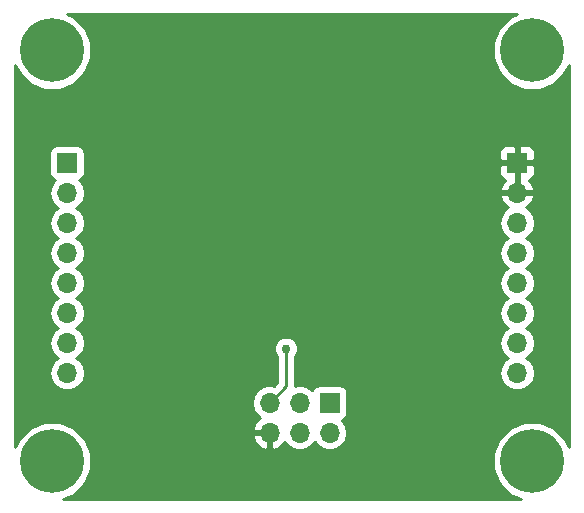
<source format=gbr>
G04 #@! TF.GenerationSoftware,KiCad,Pcbnew,(5.0.2)-1*
G04 #@! TF.CreationDate,2019-01-09T15:37:51+01:00*
G04 #@! TF.ProjectId,ATtiny44_DevBoard,41547469-6e79-4343-945f-446576426f61,rev?*
G04 #@! TF.SameCoordinates,Original*
G04 #@! TF.FileFunction,Copper,L2,Bot*
G04 #@! TF.FilePolarity,Positive*
%FSLAX46Y46*%
G04 Gerber Fmt 4.6, Leading zero omitted, Abs format (unit mm)*
G04 Created by KiCad (PCBNEW (5.0.2)-1) date 09/01/2019 15:37:51*
%MOMM*%
%LPD*%
G01*
G04 APERTURE LIST*
G04 #@! TA.AperFunction,ComponentPad*
%ADD10O,1.700000X1.700000*%
G04 #@! TD*
G04 #@! TA.AperFunction,ComponentPad*
%ADD11R,1.700000X1.700000*%
G04 #@! TD*
G04 #@! TA.AperFunction,ComponentPad*
%ADD12C,5.400000*%
G04 #@! TD*
G04 #@! TA.AperFunction,ViaPad*
%ADD13C,0.762000*%
G04 #@! TD*
G04 #@! TA.AperFunction,ViaPad*
%ADD14C,0.889000*%
G04 #@! TD*
G04 #@! TA.AperFunction,Conductor*
%ADD15C,0.254000*%
G04 #@! TD*
G04 APERTURE END LIST*
D10*
G04 #@! TO.P,J1,8*
G04 #@! TO.N,/MOSI*
X129286000Y-101092000D03*
G04 #@! TO.P,J1,7*
G04 #@! TO.N,/PA7*
X129286000Y-98552000D03*
G04 #@! TO.P,J1,6*
G04 #@! TO.N,/PB2*
X129286000Y-96012000D03*
G04 #@! TO.P,J1,5*
G04 #@! TO.N,/~RESET*
X129286000Y-93472000D03*
G04 #@! TO.P,J1,4*
G04 #@! TO.N,/XTAL2*
X129286000Y-90932000D03*
G04 #@! TO.P,J1,3*
G04 #@! TO.N,/XTAL1*
X129286000Y-88392000D03*
G04 #@! TO.P,J1,2*
G04 #@! TO.N,VCC*
X129286000Y-85852000D03*
D11*
G04 #@! TO.P,J1,1*
X129286000Y-83312000D03*
G04 #@! TD*
G04 #@! TO.P,J2,1*
G04 #@! TO.N,/MISO*
X151511000Y-103632000D03*
D10*
G04 #@! TO.P,J2,2*
G04 #@! TO.N,VCC*
X151511000Y-106172000D03*
G04 #@! TO.P,J2,3*
G04 #@! TO.N,/USCK*
X148971000Y-103632000D03*
G04 #@! TO.P,J2,4*
G04 #@! TO.N,/MOSI*
X148971000Y-106172000D03*
G04 #@! TO.P,J2,5*
G04 #@! TO.N,/~RESET*
X146431000Y-103632000D03*
G04 #@! TO.P,J2,6*
G04 #@! TO.N,GND*
X146431000Y-106172000D03*
G04 #@! TD*
D11*
G04 #@! TO.P,J3,1*
G04 #@! TO.N,GND*
X167386000Y-83312000D03*
D10*
G04 #@! TO.P,J3,2*
X167386000Y-85852000D03*
G04 #@! TO.P,J3,3*
G04 #@! TO.N,/PA0*
X167386000Y-88392000D03*
G04 #@! TO.P,J3,4*
G04 #@! TO.N,/PA1*
X167386000Y-90932000D03*
G04 #@! TO.P,J3,5*
G04 #@! TO.N,/PA2*
X167386000Y-93472000D03*
G04 #@! TO.P,J3,6*
G04 #@! TO.N,/PA3*
X167386000Y-96012000D03*
G04 #@! TO.P,J3,7*
G04 #@! TO.N,/USCK*
X167386000Y-98552000D03*
G04 #@! TO.P,J3,8*
G04 #@! TO.N,/MISO*
X167386000Y-101092000D03*
G04 #@! TD*
D12*
G04 #@! TO.P,REF\002A\002A,1*
G04 #@! TO.N,N/C*
X128016000Y-73787000D03*
G04 #@! TD*
G04 #@! TO.P,REF\002A\002A,1*
G04 #@! TO.N,N/C*
X168656000Y-73787000D03*
G04 #@! TD*
G04 #@! TO.P,REF\002A\002A,1*
G04 #@! TO.N,N/C*
X168656000Y-108585000D03*
G04 #@! TD*
G04 #@! TO.P,REF\002A\002A,1*
G04 #@! TO.N,N/C*
X128016000Y-108585000D03*
G04 #@! TD*
D13*
G04 #@! TO.N,GND*
X149352000Y-84582000D03*
X146304000Y-82042000D03*
X143510000Y-82042000D03*
X143510000Y-80264000D03*
X146304000Y-80264000D03*
X154686000Y-87884000D03*
X155956000Y-84582000D03*
X156972000Y-87884000D03*
X158242000Y-84582000D03*
X154686000Y-86106000D03*
X156972000Y-86106000D03*
X164592000Y-83312000D03*
X164592000Y-85090000D03*
X164592000Y-86868000D03*
X169926000Y-86868000D03*
X169926000Y-85090000D03*
X169926000Y-83312000D03*
X167386000Y-80264000D03*
X165354000Y-80264000D03*
X169418000Y-80264000D03*
X137160000Y-83312000D03*
X137160000Y-80772000D03*
X137160000Y-78232000D03*
X140208000Y-78232000D03*
X148844000Y-78740000D03*
X157988000Y-78740000D03*
X161036000Y-81788000D03*
X158496000Y-101600000D03*
X156972000Y-101600000D03*
X160020000Y-101600000D03*
D14*
X137414000Y-99822000D03*
X137414000Y-98171000D03*
X137414000Y-101473000D03*
D13*
G04 #@! TO.N,/~RESET*
X147828000Y-99060000D03*
G04 #@! TD*
D15*
G04 #@! TO.N,/~RESET*
X147828000Y-102235000D02*
X146431000Y-103632000D01*
X147828000Y-99060000D02*
X147828000Y-102235000D01*
G04 #@! TD*
G04 #@! TO.N,GND*
G36*
X166766874Y-70959723D02*
X165828723Y-71897874D01*
X165321000Y-73123627D01*
X165321000Y-74450373D01*
X165828723Y-75676126D01*
X166766874Y-76614277D01*
X167992627Y-77122000D01*
X169319373Y-77122000D01*
X170545126Y-76614277D01*
X171483277Y-75676126D01*
X171756000Y-75017714D01*
X171756001Y-107354289D01*
X171483277Y-106695874D01*
X170545126Y-105757723D01*
X169319373Y-105250000D01*
X167992627Y-105250000D01*
X166766874Y-105757723D01*
X165828723Y-106695874D01*
X165321000Y-107921627D01*
X165321000Y-109248373D01*
X165828723Y-110474126D01*
X166766874Y-111412277D01*
X167731892Y-111812000D01*
X128940108Y-111812000D01*
X129905126Y-111412277D01*
X130843277Y-110474126D01*
X131351000Y-109248373D01*
X131351000Y-107921627D01*
X130843277Y-106695874D01*
X130676295Y-106528892D01*
X144989514Y-106528892D01*
X145235817Y-107053358D01*
X145664076Y-107443645D01*
X146074110Y-107613476D01*
X146304000Y-107492155D01*
X146304000Y-106299000D01*
X145110181Y-106299000D01*
X144989514Y-106528892D01*
X130676295Y-106528892D01*
X129905126Y-105757723D01*
X128679373Y-105250000D01*
X127352627Y-105250000D01*
X126126874Y-105757723D01*
X125188723Y-106695874D01*
X124916000Y-107354286D01*
X124916000Y-103632000D01*
X144916908Y-103632000D01*
X145032161Y-104211418D01*
X145360375Y-104702625D01*
X145660786Y-104903353D01*
X145235817Y-105290642D01*
X144989514Y-105815108D01*
X145110181Y-106045000D01*
X146304000Y-106045000D01*
X146304000Y-106025000D01*
X146558000Y-106025000D01*
X146558000Y-106045000D01*
X146578000Y-106045000D01*
X146578000Y-106299000D01*
X146558000Y-106299000D01*
X146558000Y-107492155D01*
X146787890Y-107613476D01*
X147197924Y-107443645D01*
X147626183Y-107053358D01*
X147687157Y-106923522D01*
X147900375Y-107242625D01*
X148391582Y-107570839D01*
X148824744Y-107657000D01*
X149117256Y-107657000D01*
X149550418Y-107570839D01*
X150041625Y-107242625D01*
X150241000Y-106944239D01*
X150440375Y-107242625D01*
X150931582Y-107570839D01*
X151364744Y-107657000D01*
X151657256Y-107657000D01*
X152090418Y-107570839D01*
X152581625Y-107242625D01*
X152909839Y-106751418D01*
X153025092Y-106172000D01*
X152909839Y-105592582D01*
X152581625Y-105101375D01*
X152563381Y-105089184D01*
X152608765Y-105080157D01*
X152818809Y-104939809D01*
X152959157Y-104729765D01*
X153008440Y-104482000D01*
X153008440Y-102782000D01*
X152959157Y-102534235D01*
X152818809Y-102324191D01*
X152608765Y-102183843D01*
X152361000Y-102134560D01*
X150661000Y-102134560D01*
X150413235Y-102183843D01*
X150203191Y-102324191D01*
X150062843Y-102534235D01*
X150053816Y-102579619D01*
X150041625Y-102561375D01*
X149550418Y-102233161D01*
X149117256Y-102147000D01*
X148824744Y-102147000D01*
X148596455Y-102192409D01*
X148590000Y-102159958D01*
X148590000Y-99734842D01*
X148689324Y-99635518D01*
X148844000Y-99262095D01*
X148844000Y-98857905D01*
X148689324Y-98484482D01*
X148403518Y-98198676D01*
X148030095Y-98044000D01*
X147625905Y-98044000D01*
X147252482Y-98198676D01*
X146966676Y-98484482D01*
X146812000Y-98857905D01*
X146812000Y-99262095D01*
X146966676Y-99635518D01*
X147066000Y-99734842D01*
X147066001Y-101919368D01*
X146795048Y-102190321D01*
X146577256Y-102147000D01*
X146284744Y-102147000D01*
X145851582Y-102233161D01*
X145360375Y-102561375D01*
X145032161Y-103052582D01*
X144916908Y-103632000D01*
X124916000Y-103632000D01*
X124916000Y-85852000D01*
X127771908Y-85852000D01*
X127887161Y-86431418D01*
X128215375Y-86922625D01*
X128513761Y-87122000D01*
X128215375Y-87321375D01*
X127887161Y-87812582D01*
X127771908Y-88392000D01*
X127887161Y-88971418D01*
X128215375Y-89462625D01*
X128513761Y-89662000D01*
X128215375Y-89861375D01*
X127887161Y-90352582D01*
X127771908Y-90932000D01*
X127887161Y-91511418D01*
X128215375Y-92002625D01*
X128513761Y-92202000D01*
X128215375Y-92401375D01*
X127887161Y-92892582D01*
X127771908Y-93472000D01*
X127887161Y-94051418D01*
X128215375Y-94542625D01*
X128513761Y-94742000D01*
X128215375Y-94941375D01*
X127887161Y-95432582D01*
X127771908Y-96012000D01*
X127887161Y-96591418D01*
X128215375Y-97082625D01*
X128513761Y-97282000D01*
X128215375Y-97481375D01*
X127887161Y-97972582D01*
X127771908Y-98552000D01*
X127887161Y-99131418D01*
X128215375Y-99622625D01*
X128513761Y-99822000D01*
X128215375Y-100021375D01*
X127887161Y-100512582D01*
X127771908Y-101092000D01*
X127887161Y-101671418D01*
X128215375Y-102162625D01*
X128706582Y-102490839D01*
X129139744Y-102577000D01*
X129432256Y-102577000D01*
X129865418Y-102490839D01*
X130356625Y-102162625D01*
X130684839Y-101671418D01*
X130800092Y-101092000D01*
X130684839Y-100512582D01*
X130356625Y-100021375D01*
X130058239Y-99822000D01*
X130356625Y-99622625D01*
X130684839Y-99131418D01*
X130800092Y-98552000D01*
X130684839Y-97972582D01*
X130356625Y-97481375D01*
X130058239Y-97282000D01*
X130356625Y-97082625D01*
X130684839Y-96591418D01*
X130800092Y-96012000D01*
X130684839Y-95432582D01*
X130356625Y-94941375D01*
X130058239Y-94742000D01*
X130356625Y-94542625D01*
X130684839Y-94051418D01*
X130800092Y-93472000D01*
X130684839Y-92892582D01*
X130356625Y-92401375D01*
X130058239Y-92202000D01*
X130356625Y-92002625D01*
X130684839Y-91511418D01*
X130800092Y-90932000D01*
X130684839Y-90352582D01*
X130356625Y-89861375D01*
X130058239Y-89662000D01*
X130356625Y-89462625D01*
X130684839Y-88971418D01*
X130800092Y-88392000D01*
X165871908Y-88392000D01*
X165987161Y-88971418D01*
X166315375Y-89462625D01*
X166613761Y-89662000D01*
X166315375Y-89861375D01*
X165987161Y-90352582D01*
X165871908Y-90932000D01*
X165987161Y-91511418D01*
X166315375Y-92002625D01*
X166613761Y-92202000D01*
X166315375Y-92401375D01*
X165987161Y-92892582D01*
X165871908Y-93472000D01*
X165987161Y-94051418D01*
X166315375Y-94542625D01*
X166613761Y-94742000D01*
X166315375Y-94941375D01*
X165987161Y-95432582D01*
X165871908Y-96012000D01*
X165987161Y-96591418D01*
X166315375Y-97082625D01*
X166613761Y-97282000D01*
X166315375Y-97481375D01*
X165987161Y-97972582D01*
X165871908Y-98552000D01*
X165987161Y-99131418D01*
X166315375Y-99622625D01*
X166613761Y-99822000D01*
X166315375Y-100021375D01*
X165987161Y-100512582D01*
X165871908Y-101092000D01*
X165987161Y-101671418D01*
X166315375Y-102162625D01*
X166806582Y-102490839D01*
X167239744Y-102577000D01*
X167532256Y-102577000D01*
X167965418Y-102490839D01*
X168456625Y-102162625D01*
X168784839Y-101671418D01*
X168900092Y-101092000D01*
X168784839Y-100512582D01*
X168456625Y-100021375D01*
X168158239Y-99822000D01*
X168456625Y-99622625D01*
X168784839Y-99131418D01*
X168900092Y-98552000D01*
X168784839Y-97972582D01*
X168456625Y-97481375D01*
X168158239Y-97282000D01*
X168456625Y-97082625D01*
X168784839Y-96591418D01*
X168900092Y-96012000D01*
X168784839Y-95432582D01*
X168456625Y-94941375D01*
X168158239Y-94742000D01*
X168456625Y-94542625D01*
X168784839Y-94051418D01*
X168900092Y-93472000D01*
X168784839Y-92892582D01*
X168456625Y-92401375D01*
X168158239Y-92202000D01*
X168456625Y-92002625D01*
X168784839Y-91511418D01*
X168900092Y-90932000D01*
X168784839Y-90352582D01*
X168456625Y-89861375D01*
X168158239Y-89662000D01*
X168456625Y-89462625D01*
X168784839Y-88971418D01*
X168900092Y-88392000D01*
X168784839Y-87812582D01*
X168456625Y-87321375D01*
X168137522Y-87108157D01*
X168267358Y-87047183D01*
X168657645Y-86618924D01*
X168827476Y-86208890D01*
X168706155Y-85979000D01*
X167513000Y-85979000D01*
X167513000Y-85999000D01*
X167259000Y-85999000D01*
X167259000Y-85979000D01*
X166065845Y-85979000D01*
X165944524Y-86208890D01*
X166114355Y-86618924D01*
X166504642Y-87047183D01*
X166634478Y-87108157D01*
X166315375Y-87321375D01*
X165987161Y-87812582D01*
X165871908Y-88392000D01*
X130800092Y-88392000D01*
X130684839Y-87812582D01*
X130356625Y-87321375D01*
X130058239Y-87122000D01*
X130356625Y-86922625D01*
X130684839Y-86431418D01*
X130800092Y-85852000D01*
X130684839Y-85272582D01*
X130356625Y-84781375D01*
X130338381Y-84769184D01*
X130383765Y-84760157D01*
X130593809Y-84619809D01*
X130734157Y-84409765D01*
X130783440Y-84162000D01*
X130783440Y-83597750D01*
X165901000Y-83597750D01*
X165901000Y-84288310D01*
X165997673Y-84521699D01*
X166176302Y-84700327D01*
X166385878Y-84787136D01*
X166114355Y-85085076D01*
X165944524Y-85495110D01*
X166065845Y-85725000D01*
X167259000Y-85725000D01*
X167259000Y-83439000D01*
X167513000Y-83439000D01*
X167513000Y-85725000D01*
X168706155Y-85725000D01*
X168827476Y-85495110D01*
X168657645Y-85085076D01*
X168386122Y-84787136D01*
X168595698Y-84700327D01*
X168774327Y-84521699D01*
X168871000Y-84288310D01*
X168871000Y-83597750D01*
X168712250Y-83439000D01*
X167513000Y-83439000D01*
X167259000Y-83439000D01*
X166059750Y-83439000D01*
X165901000Y-83597750D01*
X130783440Y-83597750D01*
X130783440Y-82462000D01*
X130758316Y-82335690D01*
X165901000Y-82335690D01*
X165901000Y-83026250D01*
X166059750Y-83185000D01*
X167259000Y-83185000D01*
X167259000Y-81985750D01*
X167513000Y-81985750D01*
X167513000Y-83185000D01*
X168712250Y-83185000D01*
X168871000Y-83026250D01*
X168871000Y-82335690D01*
X168774327Y-82102301D01*
X168595698Y-81923673D01*
X168362309Y-81827000D01*
X167671750Y-81827000D01*
X167513000Y-81985750D01*
X167259000Y-81985750D01*
X167100250Y-81827000D01*
X166409691Y-81827000D01*
X166176302Y-81923673D01*
X165997673Y-82102301D01*
X165901000Y-82335690D01*
X130758316Y-82335690D01*
X130734157Y-82214235D01*
X130593809Y-82004191D01*
X130383765Y-81863843D01*
X130136000Y-81814560D01*
X128436000Y-81814560D01*
X128188235Y-81863843D01*
X127978191Y-82004191D01*
X127837843Y-82214235D01*
X127788560Y-82462000D01*
X127788560Y-84162000D01*
X127837843Y-84409765D01*
X127978191Y-84619809D01*
X128188235Y-84760157D01*
X128233619Y-84769184D01*
X128215375Y-84781375D01*
X127887161Y-85272582D01*
X127771908Y-85852000D01*
X124916000Y-85852000D01*
X124916000Y-75017714D01*
X125188723Y-75676126D01*
X126126874Y-76614277D01*
X127352627Y-77122000D01*
X128679373Y-77122000D01*
X129905126Y-76614277D01*
X130843277Y-75676126D01*
X131351000Y-74450373D01*
X131351000Y-73123627D01*
X130843277Y-71897874D01*
X129905126Y-70959723D01*
X129246714Y-70687000D01*
X167425286Y-70687000D01*
X166766874Y-70959723D01*
X166766874Y-70959723D01*
G37*
X166766874Y-70959723D02*
X165828723Y-71897874D01*
X165321000Y-73123627D01*
X165321000Y-74450373D01*
X165828723Y-75676126D01*
X166766874Y-76614277D01*
X167992627Y-77122000D01*
X169319373Y-77122000D01*
X170545126Y-76614277D01*
X171483277Y-75676126D01*
X171756000Y-75017714D01*
X171756001Y-107354289D01*
X171483277Y-106695874D01*
X170545126Y-105757723D01*
X169319373Y-105250000D01*
X167992627Y-105250000D01*
X166766874Y-105757723D01*
X165828723Y-106695874D01*
X165321000Y-107921627D01*
X165321000Y-109248373D01*
X165828723Y-110474126D01*
X166766874Y-111412277D01*
X167731892Y-111812000D01*
X128940108Y-111812000D01*
X129905126Y-111412277D01*
X130843277Y-110474126D01*
X131351000Y-109248373D01*
X131351000Y-107921627D01*
X130843277Y-106695874D01*
X130676295Y-106528892D01*
X144989514Y-106528892D01*
X145235817Y-107053358D01*
X145664076Y-107443645D01*
X146074110Y-107613476D01*
X146304000Y-107492155D01*
X146304000Y-106299000D01*
X145110181Y-106299000D01*
X144989514Y-106528892D01*
X130676295Y-106528892D01*
X129905126Y-105757723D01*
X128679373Y-105250000D01*
X127352627Y-105250000D01*
X126126874Y-105757723D01*
X125188723Y-106695874D01*
X124916000Y-107354286D01*
X124916000Y-103632000D01*
X144916908Y-103632000D01*
X145032161Y-104211418D01*
X145360375Y-104702625D01*
X145660786Y-104903353D01*
X145235817Y-105290642D01*
X144989514Y-105815108D01*
X145110181Y-106045000D01*
X146304000Y-106045000D01*
X146304000Y-106025000D01*
X146558000Y-106025000D01*
X146558000Y-106045000D01*
X146578000Y-106045000D01*
X146578000Y-106299000D01*
X146558000Y-106299000D01*
X146558000Y-107492155D01*
X146787890Y-107613476D01*
X147197924Y-107443645D01*
X147626183Y-107053358D01*
X147687157Y-106923522D01*
X147900375Y-107242625D01*
X148391582Y-107570839D01*
X148824744Y-107657000D01*
X149117256Y-107657000D01*
X149550418Y-107570839D01*
X150041625Y-107242625D01*
X150241000Y-106944239D01*
X150440375Y-107242625D01*
X150931582Y-107570839D01*
X151364744Y-107657000D01*
X151657256Y-107657000D01*
X152090418Y-107570839D01*
X152581625Y-107242625D01*
X152909839Y-106751418D01*
X153025092Y-106172000D01*
X152909839Y-105592582D01*
X152581625Y-105101375D01*
X152563381Y-105089184D01*
X152608765Y-105080157D01*
X152818809Y-104939809D01*
X152959157Y-104729765D01*
X153008440Y-104482000D01*
X153008440Y-102782000D01*
X152959157Y-102534235D01*
X152818809Y-102324191D01*
X152608765Y-102183843D01*
X152361000Y-102134560D01*
X150661000Y-102134560D01*
X150413235Y-102183843D01*
X150203191Y-102324191D01*
X150062843Y-102534235D01*
X150053816Y-102579619D01*
X150041625Y-102561375D01*
X149550418Y-102233161D01*
X149117256Y-102147000D01*
X148824744Y-102147000D01*
X148596455Y-102192409D01*
X148590000Y-102159958D01*
X148590000Y-99734842D01*
X148689324Y-99635518D01*
X148844000Y-99262095D01*
X148844000Y-98857905D01*
X148689324Y-98484482D01*
X148403518Y-98198676D01*
X148030095Y-98044000D01*
X147625905Y-98044000D01*
X147252482Y-98198676D01*
X146966676Y-98484482D01*
X146812000Y-98857905D01*
X146812000Y-99262095D01*
X146966676Y-99635518D01*
X147066000Y-99734842D01*
X147066001Y-101919368D01*
X146795048Y-102190321D01*
X146577256Y-102147000D01*
X146284744Y-102147000D01*
X145851582Y-102233161D01*
X145360375Y-102561375D01*
X145032161Y-103052582D01*
X144916908Y-103632000D01*
X124916000Y-103632000D01*
X124916000Y-85852000D01*
X127771908Y-85852000D01*
X127887161Y-86431418D01*
X128215375Y-86922625D01*
X128513761Y-87122000D01*
X128215375Y-87321375D01*
X127887161Y-87812582D01*
X127771908Y-88392000D01*
X127887161Y-88971418D01*
X128215375Y-89462625D01*
X128513761Y-89662000D01*
X128215375Y-89861375D01*
X127887161Y-90352582D01*
X127771908Y-90932000D01*
X127887161Y-91511418D01*
X128215375Y-92002625D01*
X128513761Y-92202000D01*
X128215375Y-92401375D01*
X127887161Y-92892582D01*
X127771908Y-93472000D01*
X127887161Y-94051418D01*
X128215375Y-94542625D01*
X128513761Y-94742000D01*
X128215375Y-94941375D01*
X127887161Y-95432582D01*
X127771908Y-96012000D01*
X127887161Y-96591418D01*
X128215375Y-97082625D01*
X128513761Y-97282000D01*
X128215375Y-97481375D01*
X127887161Y-97972582D01*
X127771908Y-98552000D01*
X127887161Y-99131418D01*
X128215375Y-99622625D01*
X128513761Y-99822000D01*
X128215375Y-100021375D01*
X127887161Y-100512582D01*
X127771908Y-101092000D01*
X127887161Y-101671418D01*
X128215375Y-102162625D01*
X128706582Y-102490839D01*
X129139744Y-102577000D01*
X129432256Y-102577000D01*
X129865418Y-102490839D01*
X130356625Y-102162625D01*
X130684839Y-101671418D01*
X130800092Y-101092000D01*
X130684839Y-100512582D01*
X130356625Y-100021375D01*
X130058239Y-99822000D01*
X130356625Y-99622625D01*
X130684839Y-99131418D01*
X130800092Y-98552000D01*
X130684839Y-97972582D01*
X130356625Y-97481375D01*
X130058239Y-97282000D01*
X130356625Y-97082625D01*
X130684839Y-96591418D01*
X130800092Y-96012000D01*
X130684839Y-95432582D01*
X130356625Y-94941375D01*
X130058239Y-94742000D01*
X130356625Y-94542625D01*
X130684839Y-94051418D01*
X130800092Y-93472000D01*
X130684839Y-92892582D01*
X130356625Y-92401375D01*
X130058239Y-92202000D01*
X130356625Y-92002625D01*
X130684839Y-91511418D01*
X130800092Y-90932000D01*
X130684839Y-90352582D01*
X130356625Y-89861375D01*
X130058239Y-89662000D01*
X130356625Y-89462625D01*
X130684839Y-88971418D01*
X130800092Y-88392000D01*
X165871908Y-88392000D01*
X165987161Y-88971418D01*
X166315375Y-89462625D01*
X166613761Y-89662000D01*
X166315375Y-89861375D01*
X165987161Y-90352582D01*
X165871908Y-90932000D01*
X165987161Y-91511418D01*
X166315375Y-92002625D01*
X166613761Y-92202000D01*
X166315375Y-92401375D01*
X165987161Y-92892582D01*
X165871908Y-93472000D01*
X165987161Y-94051418D01*
X166315375Y-94542625D01*
X166613761Y-94742000D01*
X166315375Y-94941375D01*
X165987161Y-95432582D01*
X165871908Y-96012000D01*
X165987161Y-96591418D01*
X166315375Y-97082625D01*
X166613761Y-97282000D01*
X166315375Y-97481375D01*
X165987161Y-97972582D01*
X165871908Y-98552000D01*
X165987161Y-99131418D01*
X166315375Y-99622625D01*
X166613761Y-99822000D01*
X166315375Y-100021375D01*
X165987161Y-100512582D01*
X165871908Y-101092000D01*
X165987161Y-101671418D01*
X166315375Y-102162625D01*
X166806582Y-102490839D01*
X167239744Y-102577000D01*
X167532256Y-102577000D01*
X167965418Y-102490839D01*
X168456625Y-102162625D01*
X168784839Y-101671418D01*
X168900092Y-101092000D01*
X168784839Y-100512582D01*
X168456625Y-100021375D01*
X168158239Y-99822000D01*
X168456625Y-99622625D01*
X168784839Y-99131418D01*
X168900092Y-98552000D01*
X168784839Y-97972582D01*
X168456625Y-97481375D01*
X168158239Y-97282000D01*
X168456625Y-97082625D01*
X168784839Y-96591418D01*
X168900092Y-96012000D01*
X168784839Y-95432582D01*
X168456625Y-94941375D01*
X168158239Y-94742000D01*
X168456625Y-94542625D01*
X168784839Y-94051418D01*
X168900092Y-93472000D01*
X168784839Y-92892582D01*
X168456625Y-92401375D01*
X168158239Y-92202000D01*
X168456625Y-92002625D01*
X168784839Y-91511418D01*
X168900092Y-90932000D01*
X168784839Y-90352582D01*
X168456625Y-89861375D01*
X168158239Y-89662000D01*
X168456625Y-89462625D01*
X168784839Y-88971418D01*
X168900092Y-88392000D01*
X168784839Y-87812582D01*
X168456625Y-87321375D01*
X168137522Y-87108157D01*
X168267358Y-87047183D01*
X168657645Y-86618924D01*
X168827476Y-86208890D01*
X168706155Y-85979000D01*
X167513000Y-85979000D01*
X167513000Y-85999000D01*
X167259000Y-85999000D01*
X167259000Y-85979000D01*
X166065845Y-85979000D01*
X165944524Y-86208890D01*
X166114355Y-86618924D01*
X166504642Y-87047183D01*
X166634478Y-87108157D01*
X166315375Y-87321375D01*
X165987161Y-87812582D01*
X165871908Y-88392000D01*
X130800092Y-88392000D01*
X130684839Y-87812582D01*
X130356625Y-87321375D01*
X130058239Y-87122000D01*
X130356625Y-86922625D01*
X130684839Y-86431418D01*
X130800092Y-85852000D01*
X130684839Y-85272582D01*
X130356625Y-84781375D01*
X130338381Y-84769184D01*
X130383765Y-84760157D01*
X130593809Y-84619809D01*
X130734157Y-84409765D01*
X130783440Y-84162000D01*
X130783440Y-83597750D01*
X165901000Y-83597750D01*
X165901000Y-84288310D01*
X165997673Y-84521699D01*
X166176302Y-84700327D01*
X166385878Y-84787136D01*
X166114355Y-85085076D01*
X165944524Y-85495110D01*
X166065845Y-85725000D01*
X167259000Y-85725000D01*
X167259000Y-83439000D01*
X167513000Y-83439000D01*
X167513000Y-85725000D01*
X168706155Y-85725000D01*
X168827476Y-85495110D01*
X168657645Y-85085076D01*
X168386122Y-84787136D01*
X168595698Y-84700327D01*
X168774327Y-84521699D01*
X168871000Y-84288310D01*
X168871000Y-83597750D01*
X168712250Y-83439000D01*
X167513000Y-83439000D01*
X167259000Y-83439000D01*
X166059750Y-83439000D01*
X165901000Y-83597750D01*
X130783440Y-83597750D01*
X130783440Y-82462000D01*
X130758316Y-82335690D01*
X165901000Y-82335690D01*
X165901000Y-83026250D01*
X166059750Y-83185000D01*
X167259000Y-83185000D01*
X167259000Y-81985750D01*
X167513000Y-81985750D01*
X167513000Y-83185000D01*
X168712250Y-83185000D01*
X168871000Y-83026250D01*
X168871000Y-82335690D01*
X168774327Y-82102301D01*
X168595698Y-81923673D01*
X168362309Y-81827000D01*
X167671750Y-81827000D01*
X167513000Y-81985750D01*
X167259000Y-81985750D01*
X167100250Y-81827000D01*
X166409691Y-81827000D01*
X166176302Y-81923673D01*
X165997673Y-82102301D01*
X165901000Y-82335690D01*
X130758316Y-82335690D01*
X130734157Y-82214235D01*
X130593809Y-82004191D01*
X130383765Y-81863843D01*
X130136000Y-81814560D01*
X128436000Y-81814560D01*
X128188235Y-81863843D01*
X127978191Y-82004191D01*
X127837843Y-82214235D01*
X127788560Y-82462000D01*
X127788560Y-84162000D01*
X127837843Y-84409765D01*
X127978191Y-84619809D01*
X128188235Y-84760157D01*
X128233619Y-84769184D01*
X128215375Y-84781375D01*
X127887161Y-85272582D01*
X127771908Y-85852000D01*
X124916000Y-85852000D01*
X124916000Y-75017714D01*
X125188723Y-75676126D01*
X126126874Y-76614277D01*
X127352627Y-77122000D01*
X128679373Y-77122000D01*
X129905126Y-76614277D01*
X130843277Y-75676126D01*
X131351000Y-74450373D01*
X131351000Y-73123627D01*
X130843277Y-71897874D01*
X129905126Y-70959723D01*
X129246714Y-70687000D01*
X167425286Y-70687000D01*
X166766874Y-70959723D01*
G04 #@! TD*
M02*

</source>
